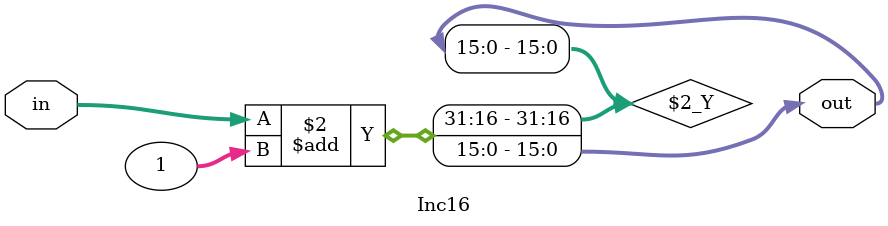
<source format=v>

module Inc16(
    input [15:0] in,
    output reg [15:0] out
);
    always @(*) begin
        case (1'b1)
            1'b1: out = in + 1;
        endcase
    end
endmodule

</source>
